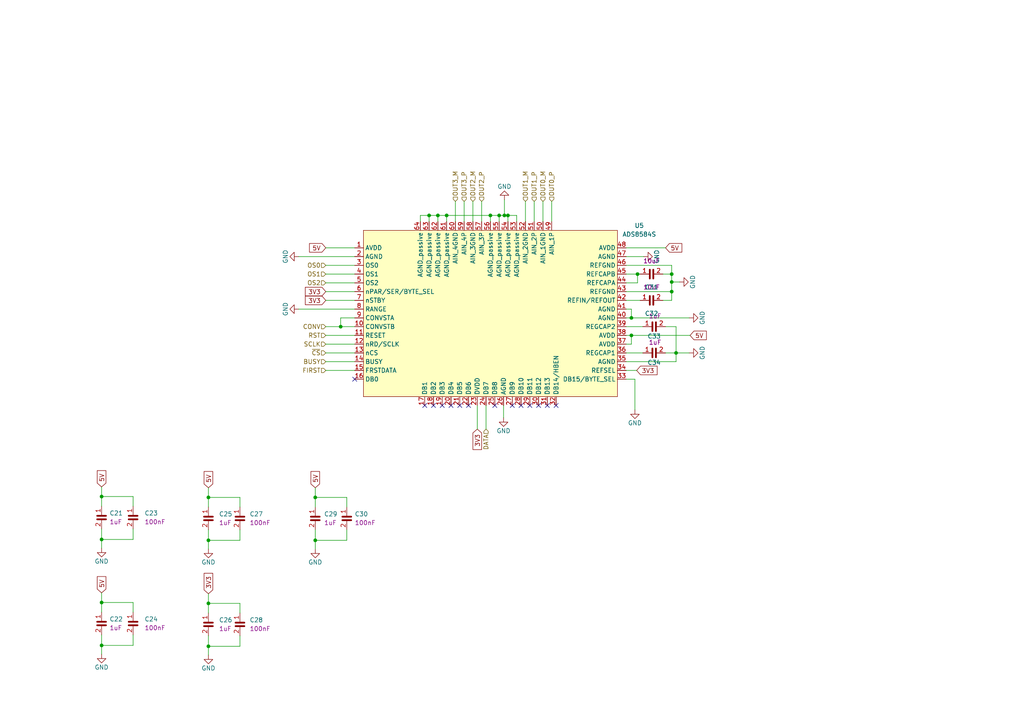
<source format=kicad_sch>
(kicad_sch (version 20230121) (generator eeschema)
  (paper "A4")
  (lib_symbols
    (symbol "Jojos_Lib:ADS8584S"
      (property "Reference" "U" (at 0 -2.54 0))
      (property "Value" "ADS8584S" (at 0 -4.826 0))
      (symbol "ADS8584S_0_1"
        (rectangle (start -36.83 24.13) (end 36.83 -24.13) (fill (type background)))
      )
      (symbol "ADS8584S_1_1"
        (pin power_in line (at -39.37 19.05 0) (length 2.54) (name "AVDD") (number "1"))
        (pin input line (at -39.37 -3.81 0) (length 2.54) (name "CONVSTB") (number "10"))
        (pin input line (at -39.37 -6.35 0) (length 2.54) (name "RESET") (number "11"))
        (pin input line (at -39.37 -8.89 0) (length 2.54) (name "nRD/SCLK") (number "12"))
        (pin input line (at -39.37 -11.43 0) (length 2.54) (name "nCS") (number "13"))
        (pin output line (at -39.37 -13.97 0) (length 2.54) (name "BUSY") (number "14"))
        (pin output line (at -39.37 -16.51 0) (length 2.54) (name "FRSTDATA") (number "15"))
        (pin output line (at -39.37 -19.05 0) (length 2.54) (name "DB0") (number "16"))
        (pin output line (at -19.05 -26.67 90) (length 2.54) (name "DB1") (number "17"))
        (pin output line (at -16.51 -26.67 90) (length 2.54) (name "DB2") (number "18"))
        (pin output line (at -13.97 -26.67 90) (length 2.54) (name "DB3") (number "19"))
        (pin power_in line (at -39.37 16.51 0) (length 2.54) (name "AGND") (number "2"))
        (pin output line (at -11.43 -26.67 90) (length 2.54) (name "DB4") (number "20"))
        (pin output line (at -8.89 -26.67 90) (length 2.54) (name "DB5") (number "21"))
        (pin output line (at -6.35 -26.67 90) (length 2.54) (name "DB6") (number "22"))
        (pin power_in line (at -3.81 -26.67 90) (length 2.54) (name "DVDD") (number "23"))
        (pin output line (at -1.27 -26.67 90) (length 2.54) (name "DB7") (number "24"))
        (pin output line (at 1.27 -26.67 90) (length 2.54) (name "DB8") (number "25"))
        (pin power_in line (at 3.81 -26.67 90) (length 2.54) (name "AGND") (number "26"))
        (pin output line (at 6.35 -26.67 90) (length 2.54) (name "DB9") (number "27"))
        (pin output line (at 8.89 -26.67 90) (length 2.54) (name "DB10") (number "28"))
        (pin output line (at 11.43 -26.67 90) (length 2.54) (name "DB11") (number "29"))
        (pin input line (at -39.37 13.97 0) (length 2.54) (name "OS0") (number "3"))
        (pin output line (at 13.97 -26.67 90) (length 2.54) (name "DB12") (number "30"))
        (pin output line (at 16.51 -26.67 90) (length 2.54) (name "DB13") (number "31"))
        (pin output line (at 19.05 -26.67 90) (length 2.54) (name "DB14/HBEN") (number "32"))
        (pin passive line (at 39.37 -19.05 180) (length 2.54) (name "DB15/BYTE_SEL") (number "33"))
        (pin input line (at 39.37 -16.51 180) (length 2.54) (name "REFSEL") (number "34"))
        (pin power_in line (at 39.37 -13.97 180) (length 2.54) (name "AGND") (number "35"))
        (pin passive line (at 39.37 -11.43 180) (length 2.54) (name "REGCAP1") (number "36"))
        (pin power_in line (at 39.37 -8.89 180) (length 2.54) (name "AVDD") (number "37"))
        (pin power_in line (at 39.37 -6.35 180) (length 2.54) (name "AVDD") (number "38"))
        (pin passive line (at 39.37 -3.81 180) (length 2.54) (name "REGCAP2") (number "39"))
        (pin input line (at -39.37 11.43 0) (length 2.54) (name "OS1") (number "4"))
        (pin power_in line (at 39.37 -1.27 180) (length 2.54) (name "AGND") (number "40"))
        (pin power_in line (at 39.37 1.27 180) (length 2.54) (name "AGND") (number "41"))
        (pin passive line (at 39.37 3.81 180) (length 2.54) (name "REFIN/REFOUT") (number "42"))
        (pin power_in line (at 39.37 6.35 180) (length 2.54) (name "REFGND") (number "43"))
        (pin passive line (at 39.37 8.89 180) (length 2.54) (name "REFCAPA") (number "44"))
        (pin passive line (at 39.37 11.43 180) (length 2.54) (name "REFCAPB") (number "45"))
        (pin power_in line (at 39.37 13.97 180) (length 2.54) (name "REFGND") (number "46"))
        (pin power_in line (at 39.37 16.51 180) (length 2.54) (name "AGND") (number "47"))
        (pin power_in line (at 39.37 19.05 180) (length 2.54) (name "AVDD") (number "48"))
        (pin passive line (at 17.78 26.67 270) (length 2.54) (name "AIN_1P") (number "49"))
        (pin input line (at -39.37 8.89 0) (length 2.54) (name "OS2") (number "5"))
        (pin passive line (at 15.24 26.67 270) (length 2.54) (name "AIN_1GND") (number "50"))
        (pin passive line (at 12.7 26.67 270) (length 2.54) (name "AIN_2P") (number "51"))
        (pin passive line (at 10.16 26.67 270) (length 2.54) (name "AIN_2GND") (number "52"))
        (pin passive line (at 7.62 26.67 270) (length 2.54) (name "AGND_passive") (number "53"))
        (pin passive line (at 5.08 26.67 270) (length 2.54) (name "AGND_passive") (number "54"))
        (pin passive line (at 2.54 26.67 270) (length 2.54) (name "AGND_passive") (number "55"))
        (pin passive line (at 0 26.67 270) (length 2.54) (name "AGND_passive") (number "56"))
        (pin passive line (at -2.54 26.67 270) (length 2.54) (name "AIN_3P") (number "57"))
        (pin passive line (at -5.08 26.67 270) (length 2.54) (name "AIN_3GND") (number "58"))
        (pin passive line (at -7.62 26.67 270) (length 2.54) (name "AIN_4P") (number "59"))
        (pin input line (at -39.37 6.35 0) (length 2.54) (name "nPAR/SER/BYTE_SEL") (number "6"))
        (pin passive line (at -10.16 26.67 270) (length 2.54) (name "AIN_4GND") (number "60"))
        (pin passive line (at -12.7 26.67 270) (length 2.54) (name "AGND_passive") (number "61"))
        (pin passive line (at -15.24 26.67 270) (length 2.54) (name "AGND_passive") (number "62"))
        (pin passive line (at -17.78 26.67 270) (length 2.54) (name "AGND_passive") (number "63"))
        (pin passive line (at -20.32 26.67 270) (length 2.54) (name "AGND_passive") (number "64"))
        (pin input line (at -39.37 3.81 0) (length 2.54) (name "nSTBY") (number "7"))
        (pin input line (at -39.37 1.27 0) (length 2.54) (name "RANGE") (number "8"))
        (pin input line (at -39.37 -1.27 0) (length 2.54) (name "CONVSTA") (number "9"))
      )
    )
    (symbol "Jojos_Lib:C0402_100nF_50V" (pin_names (offset 1.016))
      (property "Reference" "C" (at -3.81 0 90))
      (property "Val" "100nF" (at 3.81 0 90))
      (symbol "C0402_100nF_50V_1_1"
        (polyline (pts (xy -1.27 -0.508) (xy 1.27 -0.508)) (stroke (width 0.508)))
        (polyline (pts (xy -1.27 0.508) (xy 1.27 0.508)) (stroke (width 0.508)))
        (pin passive line (at 0 3.302 270) (length 2.54) (name "~") (number "1"))
        (pin passive line (at 0 -3.302 90) (length 2.54) (name "~") (number "2"))
      )
    )
    (symbol "Jojos_Lib:C0402_10uF_6.3V" (pin_names (offset 1.016))
      (property "Reference" "C" (at -3.81 0 90))
      (property "Val" "10uF" (at 3.81 0 90))
      (symbol "C0402_10uF_6.3V_1_1"
        (polyline (pts (xy -1.27 -0.508) (xy 1.27 -0.508)) (stroke (width 0.508)))
        (polyline (pts (xy -1.27 0.508) (xy 1.27 0.508)) (stroke (width 0.508)))
        (pin passive line (at 0 3.302 270) (length 2.54) (name "~") (number "1"))
        (pin passive line (at 0 -3.302 90) (length 2.54) (name "~") (number "2"))
      )
    )
    (symbol "Jojos_Lib:C0402_1uF_6.3V" (pin_names (offset 1.016))
      (property "Reference" "C" (at -2.794 -0.254 90))
      (property "Val" "1uF" (at 3.048 -0.508 90))
      (symbol "C0402_1uF_6.3V_1_1"
        (polyline (pts (xy -1.27 -0.762) (xy 1.27 -0.762)) (stroke (width 0.508)))
        (polyline (pts (xy -1.27 0.254) (xy 1.27 0.254)) (stroke (width 0.508)))
        (pin passive line (at 0 3.048 270) (length 2.54) (name "~") (number "1"))
        (pin passive line (at 0 -3.556 90) (length 2.54) (name "~") (number "2"))
      )
    )
    (symbol "power:GND" (power) (pin_names (offset 0))
      (property "Value" "GND" (at 0 -3.81 0))
      (symbol "GND_0_1"
        (polyline (pts (xy 0 0) (xy 0 -1.27) (xy 1.27 -1.27) (xy 0 -2.54) (xy -1.27 -1.27) (xy 0 -1.27)))
      )
      (symbol "GND_1_1"
        (pin power_in line (at 0 0 270) (length 0) hide (name "GND") (number "1"))
      )
    )
  )
  (junction (at 29.464 156.464))
  (junction (at 183.134 97.282))
  (junction (at 29.464 187.198))
  (junction (at 194.818 81.788))
  (junction (at 142.24 62.484))
  (junction (at 91.44 144.272))
  (junction (at 146.304 62.484))
  (junction (at 60.452 144.272))
  (junction (at 184.912 79.502))
  (junction (at 29.464 174.752))
  (junction (at 60.452 175.006))
  (junction (at 129.54 62.484))
  (junction (at 29.464 144.018))
  (junction (at 183.134 92.202))
  (junction (at 98.806 94.742))
  (junction (at 196.088 102.362))
  (junction (at 60.452 187.452))
  (junction (at 124.46 62.484))
  (junction (at 147.32 62.484))
  (junction (at 60.452 156.718))
  (junction (at 194.818 79.502))
  (junction (at 91.44 156.718))
  (junction (at 127 62.484))
  (junction (at 144.78 62.484))
  (junction (at 194.818 84.582))
  (no_connect (at 151.13 117.602))
  (no_connect (at 125.73 117.602))
  (no_connect (at 161.29 117.602))
  (no_connect (at 123.19 117.602))
  (no_connect (at 153.67 117.602))
  (no_connect (at 133.35 117.602))
  (no_connect (at 143.51 117.602))
  (no_connect (at 158.75 117.602))
  (no_connect (at 135.89 117.602))
  (no_connect (at 128.27 117.602))
  (no_connect (at 130.81 117.602))
  (no_connect (at 148.59 117.602))
  (no_connect (at 156.21 117.602))
  (no_connect (at 102.87 109.982))
  (wire (pts (xy 194.818 81.788) (xy 197.104 81.788)))
  (wire (pts (xy 29.464 187.198) (xy 29.464 189.738)))
  (wire (pts (xy 38.608 187.198) (xy 38.608 184.15)))
  (wire (pts (xy 181.61 82.042) (xy 184.912 82.042)))
  (wire (pts (xy 193.04 94.742) (xy 196.088 94.742)))
  (wire (pts (xy 146.05 117.602) (xy 146.05 121.158)))
  (wire (pts (xy 154.94 58.42) (xy 154.94 64.262)))
  (wire (pts (xy 94.488 82.042) (xy 102.87 82.042)))
  (wire (pts (xy 29.464 174.752) (xy 29.464 177.546)))
  (wire (pts (xy 183.134 97.282) (xy 181.61 97.282)))
  (wire (pts (xy 138.43 117.602) (xy 138.43 124.46)))
  (wire (pts (xy 152.4 58.42) (xy 152.4 64.262)))
  (wire (pts (xy 60.452 141.478) (xy 60.452 144.272)))
  (wire (pts (xy 149.86 62.484) (xy 149.86 64.262)))
  (wire (pts (xy 181.61 102.362) (xy 186.436 102.362)))
  (wire (pts (xy 86.614 89.662) (xy 102.87 89.662)))
  (wire (pts (xy 124.46 62.484) (xy 127 62.484)))
  (wire (pts (xy 60.452 144.272) (xy 60.452 147.066)))
  (wire (pts (xy 134.62 58.42) (xy 134.62 64.262)))
  (wire (pts (xy 94.488 84.582) (xy 102.87 84.582)))
  (wire (pts (xy 157.48 58.42) (xy 157.48 64.262)))
  (wire (pts (xy 196.088 102.362) (xy 199.898 102.362)))
  (wire (pts (xy 194.818 87.122) (xy 194.818 84.582)))
  (wire (pts (xy 38.608 174.752) (xy 29.464 174.752)))
  (wire (pts (xy 94.488 76.962) (xy 102.87 76.962)))
  (wire (pts (xy 181.61 79.502) (xy 184.912 79.502)))
  (wire (pts (xy 196.088 104.902) (xy 196.088 102.362)))
  (wire (pts (xy 146.304 62.484) (xy 146.304 57.912)))
  (wire (pts (xy 91.44 144.272) (xy 91.44 147.066)))
  (wire (pts (xy 69.596 156.718) (xy 69.596 153.67)))
  (wire (pts (xy 181.61 74.422) (xy 186.69 74.422)))
  (wire (pts (xy 69.596 144.272) (xy 60.452 144.272)))
  (wire (pts (xy 29.464 144.018) (xy 29.464 146.812)))
  (wire (pts (xy 181.61 87.122) (xy 185.674 87.122)))
  (wire (pts (xy 132.08 58.42) (xy 132.08 64.262)))
  (wire (pts (xy 94.488 99.822) (xy 102.87 99.822)))
  (wire (pts (xy 60.452 172.212) (xy 60.452 175.006)))
  (wire (pts (xy 142.24 62.484) (xy 144.78 62.484)))
  (wire (pts (xy 129.54 62.484) (xy 129.54 64.262)))
  (wire (pts (xy 183.134 99.822) (xy 183.134 97.282)))
  (wire (pts (xy 94.488 97.282) (xy 102.87 97.282)))
  (wire (pts (xy 194.818 81.788) (xy 194.818 84.582)))
  (wire (pts (xy 121.92 62.484) (xy 124.46 62.484)))
  (wire (pts (xy 94.488 107.442) (xy 102.87 107.442)))
  (wire (pts (xy 144.78 62.484) (xy 144.78 64.262)))
  (wire (pts (xy 29.464 156.464) (xy 29.464 153.416)))
  (wire (pts (xy 181.61 107.442) (xy 184.658 107.442)))
  (wire (pts (xy 192.278 79.502) (xy 194.818 79.502)))
  (wire (pts (xy 29.464 187.198) (xy 38.608 187.198)))
  (wire (pts (xy 60.452 187.452) (xy 60.452 189.992)))
  (wire (pts (xy 69.596 175.006) (xy 60.452 175.006)))
  (wire (pts (xy 121.92 64.262) (xy 121.92 62.484)))
  (wire (pts (xy 38.608 144.018) (xy 29.464 144.018)))
  (wire (pts (xy 69.596 187.452) (xy 69.596 184.404)))
  (wire (pts (xy 94.488 104.902) (xy 102.87 104.902)))
  (wire (pts (xy 38.608 177.546) (xy 38.608 174.752)))
  (wire (pts (xy 102.87 92.202) (xy 98.806 92.202)))
  (wire (pts (xy 60.452 187.452) (xy 69.596 187.452)))
  (wire (pts (xy 60.452 175.006) (xy 60.452 177.8)))
  (wire (pts (xy 94.488 71.882) (xy 102.87 71.882)))
  (wire (pts (xy 29.464 187.198) (xy 29.464 184.15)))
  (wire (pts (xy 192.278 87.122) (xy 194.818 87.122)))
  (wire (pts (xy 181.61 92.202) (xy 183.134 92.202)))
  (wire (pts (xy 142.24 62.484) (xy 142.24 64.262)))
  (wire (pts (xy 193.04 102.362) (xy 196.088 102.362)))
  (wire (pts (xy 183.134 89.662) (xy 181.61 89.662)))
  (wire (pts (xy 147.32 62.484) (xy 147.32 64.262)))
  (wire (pts (xy 184.912 79.502) (xy 184.912 82.042)))
  (wire (pts (xy 29.464 156.464) (xy 38.608 156.464)))
  (wire (pts (xy 60.452 187.452) (xy 60.452 184.404)))
  (wire (pts (xy 60.452 156.718) (xy 69.596 156.718)))
  (wire (pts (xy 137.16 58.42) (xy 137.16 64.262)))
  (wire (pts (xy 69.596 147.066) (xy 69.596 144.272)))
  (wire (pts (xy 183.134 92.202) (xy 183.134 89.662)))
  (wire (pts (xy 94.488 79.502) (xy 102.87 79.502)))
  (wire (pts (xy 183.134 97.282) (xy 200.152 97.282)))
  (wire (pts (xy 144.78 62.484) (xy 146.304 62.484)))
  (wire (pts (xy 60.452 156.718) (xy 60.452 153.67)))
  (wire (pts (xy 194.818 79.502) (xy 194.818 81.788)))
  (wire (pts (xy 60.452 156.718) (xy 60.452 159.258)))
  (wire (pts (xy 184.15 109.982) (xy 184.15 118.872)))
  (wire (pts (xy 181.61 76.962) (xy 194.818 76.962)))
  (wire (pts (xy 91.44 156.718) (xy 91.44 153.67)))
  (wire (pts (xy 181.61 84.582) (xy 194.818 84.582)))
  (wire (pts (xy 181.61 94.742) (xy 186.436 94.742)))
  (wire (pts (xy 146.304 62.484) (xy 147.32 62.484)))
  (wire (pts (xy 91.44 156.718) (xy 100.584 156.718)))
  (wire (pts (xy 181.61 99.822) (xy 183.134 99.822)))
  (wire (pts (xy 127 62.484) (xy 129.54 62.484)))
  (wire (pts (xy 29.464 171.958) (xy 29.464 174.752)))
  (wire (pts (xy 183.134 92.202) (xy 199.898 92.202)))
  (wire (pts (xy 127 62.484) (xy 127 64.262)))
  (wire (pts (xy 91.44 141.478) (xy 91.44 144.272)))
  (wire (pts (xy 94.488 87.122) (xy 102.87 87.122)))
  (wire (pts (xy 184.912 79.502) (xy 185.674 79.502)))
  (wire (pts (xy 100.584 144.272) (xy 91.44 144.272)))
  (wire (pts (xy 86.614 74.422) (xy 102.87 74.422)))
  (wire (pts (xy 124.46 62.484) (xy 124.46 64.262)))
  (wire (pts (xy 100.584 156.718) (xy 100.584 153.67)))
  (wire (pts (xy 100.584 144.272) (xy 100.584 147.066)))
  (wire (pts (xy 181.61 109.982) (xy 184.15 109.982)))
  (wire (pts (xy 140.97 117.602) (xy 140.97 124.46)))
  (wire (pts (xy 69.596 177.8) (xy 69.596 175.006)))
  (wire (pts (xy 98.806 94.742) (xy 102.87 94.742)))
  (wire (pts (xy 129.54 62.484) (xy 142.24 62.484)))
  (wire (pts (xy 196.088 94.742) (xy 196.088 102.362)))
  (wire (pts (xy 98.806 92.202) (xy 98.806 94.742)))
  (wire (pts (xy 38.608 156.464) (xy 38.608 153.416)))
  (wire (pts (xy 94.488 94.742) (xy 98.806 94.742)))
  (wire (pts (xy 94.488 102.362) (xy 102.87 102.362)))
  (wire (pts (xy 194.818 79.502) (xy 194.818 76.962)))
  (wire (pts (xy 181.61 71.882) (xy 193.04 71.882)))
  (wire (pts (xy 29.464 156.464) (xy 29.464 159.004)))
  (wire (pts (xy 147.32 62.484) (xy 149.86 62.484)))
  (wire (pts (xy 139.7 64.262) (xy 139.7 58.42)))
  (wire (pts (xy 160.02 58.42) (xy 160.02 64.262)))
  (wire (pts (xy 29.464 141.224) (xy 29.464 144.018)))
  (wire (pts (xy 38.608 146.812) (xy 38.608 144.018)))
  (wire (pts (xy 181.61 104.902) (xy 196.088 104.902)))
  (wire (pts (xy 91.44 156.718) (xy 91.44 159.258)))
  (global_label "3V3" (shape input) (at 138.43 124.46 270) (property "Intersheetrefs" "${INTERSHEET_REFS}" (effects hide)))
  (global_label "3V3" (shape input) (at 184.658 107.442 0) (property "Intersheetrefs" "${INTERSHEET_REFS}" (effects hide)))
  (global_label "5V" (shape input) (at 200.152 97.282 0) (property "Intersheetrefs" "${INTERSHEET_REFS}" (effects hide)))
  (global_label "5V" (shape input) (at 60.452 141.478 90) (property "Intersheetrefs" "${INTERSHEET_REFS}" (effects hide)))
  (global_label "3V3" (shape input) (at 94.488 87.122 180) (property "Intersheetrefs" "${INTERSHEET_REFS}" (effects hide)))
  (global_label "5V" (shape input) (at 29.464 141.224 90) (property "Intersheetrefs" "${INTERSHEET_REFS}" (effects hide)))
  (global_label "5V" (shape input) (at 91.44 141.478 90) (property "Intersheetrefs" "${INTERSHEET_REFS}" (effects hide)))
  (global_label "3V3" (shape input) (at 60.452 172.212 90) (property "Intersheetrefs" "${INTERSHEET_REFS}" (effects hide)))
  (global_label "5V" (shape input) (at 94.488 71.882 180) (property "Intersheetrefs" "${INTERSHEET_REFS}" (effects hide)))
  (global_label "5V" (shape input) (at 29.464 171.958 90) (property "Intersheetrefs" "${INTERSHEET_REFS}" (effects hide)))
  (global_label "3V3" (shape input) (at 94.488 84.582 180) (property "Intersheetrefs" "${INTERSHEET_REFS}" (effects hide)))
  (global_label "5V" (shape input) (at 193.04 71.882 0) (property "Intersheetrefs" "${INTERSHEET_REFS}" (effects hide)))
  (hierarchical_label "OUT3_M" (shape input) (at 132.08 58.42 90))
  (hierarchical_label "RST" (shape input) (at 94.488 97.282 180))
  (hierarchical_label "OUT0_M" (shape input) (at 157.48 58.42 90))
  (hierarchical_label "OUT2_P" (shape input) (at 139.7 58.42 90))
  (hierarchical_label "OS0" (shape input) (at 94.488 76.962 180))
  (hierarchical_label "FIRST" (shape input) (at 94.488 107.442 180))
  (hierarchical_label "OUT1_M" (shape input) (at 152.4 58.42 90))
  (hierarchical_label "DATA" (shape input) (at 140.97 124.46 270))
  (hierarchical_label "CONV" (shape input) (at 94.488 94.742 180))
  (hierarchical_label "~{CS}" (shape input) (at 94.488 102.362 180))
  (hierarchical_label "OUT3_P" (shape input) (at 134.62 58.42 90))
  (hierarchical_label "OUT1_P" (shape input) (at 154.94 58.42 90))
  (hierarchical_label "BUSY" (shape input) (at 94.488 104.902 180))
  (hierarchical_label "OUT2_M" (shape input) (at 137.16 58.42 90))
  (hierarchical_label "OS2" (shape input) (at 94.488 82.042 180))
  (hierarchical_label "OUT0_P" (shape input) (at 160.02 58.42 90))
  (hierarchical_label "SCLK" (shape input) (at 94.488 99.822 180))
  (hierarchical_label "OS1" (shape input) (at 94.488 79.502 180))
  (symbol (lib_id "Jojos_Lib:ADS8584S") (at 142.24 90.932 0) (unit 1)
    (property "Reference" "U5" (at 185.42 65.4303 0))
    (property "Value" "ADS8584S" (at 185.42 67.9703 0))
    (property "Footprint" "Package_QFP:LQFP-64_10x10mm_P0.5mm" (effects hide))
    (property "Mouser Part Number" "595-ADS8584SIPM" (effects hide))
    (property "Place" "yes" (effects hide))
    (instances (project "CMEX" (path "" (reference "U5") (unit 1)) (path "" (reference "U9") (unit 1))))
  )
  (symbol (lib_id "power:GND") (at 197.104 81.788 90) (unit 1)
    (property "Reference" "#PWR033" (effects hide))
    (property "Value" "GND" (at 200.914 81.788 0))
  )
  (symbol (lib_id "Jojos_Lib:C0402_100nF_50V") (at 69.596 150.368 0) (unit 1)
    (property "Reference" "C27" (at 72.39 149.098 0) (effects (justify left)))
    (property "Value" "C0402_100nF_50V" (effects hide))
    (property "Footprint" "Capacitor_SMD:C_0402_1005Metric" (effects hide))
    (property "Mouser Part Number" "581-04025C104KAT4A" (effects hide))
    (property "Place" "Yes" (effects hide))
    (property "Val" "100nF" (at 72.39 151.638 0) (effects (justify left)))
    (instances (project "CMEX" (path "" (reference "C27") (unit 1)) (path "" (reference "C31") (unit 1))))
  )
  (symbol (lib_id "Jojos_Lib:C0402_100nF_50V") (at 100.584 150.368 0) (unit 1)
    (property "Reference" "C30" (at 102.87 149.098 0) (effects (justify left)))
    (property "Value" "C0402_100nF_50V" (effects hide))
    (property "Footprint" "Capacitor_SMD:C_0402_1005Metric" (effects hide))
    (property "Mouser Part Number" "581-04025C104KAT4A" (effects hide))
    (property "Place" "Yes" (effects hide))
    (property "Val" "100nF" (at 102.87 151.638 0) (effects (justify left)))
    (instances (project "CMEX" (path "" (reference "C30") (unit 1)) (path "" (reference "C37") (unit 1))))
  )
  (symbol (lib_id "power:GND") (at 186.69 74.422 90) (unit 1)
    (property "Reference" "#PWR032" (effects hide))
    (property "Value" "GND" (at 190.5 74.422 0))
  )
  (symbol (lib_id "power:GND") (at 184.15 118.872 0) (unit 1)
    (property "Reference" "#PWR031" (effects hide))
    (property "Value" "GND" (at 184.15 122.682 0))
  )
  (symbol (lib_id "power:GND") (at 29.464 189.738 0) (unit 1)
    (property "Reference" "#PWR023" (effects hide))
    (property "Value" "GND" (at 29.464 193.548 0))
  )
  (symbol (lib_id "power:GND") (at 29.464 159.004 0) (unit 1)
    (property "Reference" "#PWR022" (effects hide))
    (property "Value" "GND" (at 29.464 162.814 0))
    (instances (project "CMEX" (path "" (reference "#PWR022") (unit 1)) (path "" (reference "#PWR023") (unit 1))))
  )
  (symbol (lib_id "power:GND") (at 146.05 121.158 0) (unit 1)
    (property "Reference" "#PWR029" (effects hide))
    (property "Value" "GND" (at 146.05 124.968 0))
  )
  (symbol (lib_id "Jojos_Lib:C0402_1uF_6.3V") (at 189.484 102.362 90) (unit 1)
    (property "Reference" "C34" (at 189.738 105.156 90))
    (property "Value" "C0402_1uF_6.3V" (effects hide))
    (property "Footprint" "Capacitor_SMD:C_0402_1005Metric" (effects hide))
    (property "Mouser Part Number" "80-C0402C105M9PAC" (effects hide))
    (property "Place" "Yes" (effects hide))
    (property "Val" "1uF" (at 189.992 99.314 90))
    (instances (project "CMEX" (path "" (reference "C34") (unit 1)) (path "" (reference "C35") (unit 1))))
  )
  (symbol (lib_id "Jojos_Lib:C0402_10uF_6.3V") (at 188.976 87.122 90) (unit 1)
    (property "Reference" "C32" (at 188.976 90.932 90))
    (property "Value" "C0402_10uF_6.3V" (effects hide))
    (property "Footprint" "Capacitor_SMD:C_0402_1005Metric" (effects hide))
    (property "Mouser Part Number" "581-04026D106MAT2A" (effects hide))
    (property "Place" "Yes" (effects hide))
    (property "Val" "10uF" (at 188.976 83.312 90))
  )
  (symbol (lib_id "Jojos_Lib:C0402_10uF_6.3V") (at 188.976 79.502 90) (unit 1)
    (property "Reference" "C31" (at 188.976 83.312 90))
    (property "Value" "C0402_10uF_6.3V" (effects hide))
    (property "Footprint" "Capacitor_SMD:C_0402_1005Metric" (effects hide))
    (property "Mouser Part Number" "581-04026D106MAT2A" (effects hide))
    (property "Place" "Yes" (effects hide))
    (property "Val" "10uF" (at 188.976 75.692 90))
  )
  (symbol (lib_id "Jojos_Lib:C0402_1uF_6.3V") (at 29.464 149.86 0) (unit 1)
    (property "Reference" "C21" (at 31.75 148.844 0) (effects (justify left)))
    (property "Value" "C0402_1uF_6.3V" (effects hide))
    (property "Footprint" "Capacitor_SMD:C_0402_1005Metric" (effects hide))
    (property "Mouser Part Number" "80-C0402C105M9PAC" (effects hide))
    (property "Place" "Yes" (effects hide))
    (property "Val" "1uF" (at 31.75 151.384 0) (effects (justify left)))
    (instances (project "CMEX" (path "" (reference "C21") (unit 1)) (path "" (reference "C20") (unit 1))))
  )
  (symbol (lib_id "power:GND") (at 86.614 89.662 270) (unit 1)
    (property "Reference" "#PWR027" (effects hide))
    (property "Value" "GND" (at 82.804 89.662 0))
  )
  (symbol (lib_id "power:GND") (at 199.898 102.362 90) (unit 1)
    (property "Reference" "#PWR035" (effects hide))
    (property "Value" "GND" (at 203.708 102.362 0))
  )
  (symbol (lib_id "power:GND") (at 146.304 57.912 180) (unit 1)
    (property "Reference" "#PWR030" (effects hide))
    (property "Value" "GND" (at 146.304 54.102 0))
  )
  (symbol (lib_id "Jojos_Lib:C0402_100nF_50V") (at 69.596 181.102 0) (unit 1)
    (property "Reference" "C28" (at 72.39 179.832 0) (effects (justify left)))
    (property "Value" "C0402_100nF_50V" (effects hide))
    (property "Footprint" "Capacitor_SMD:C_0402_1005Metric" (effects hide))
    (property "Mouser Part Number" "581-04025C104KAT4A" (effects hide))
    (property "Place" "Yes" (effects hide))
    (property "Val" "100nF" (at 72.39 182.372 0) (effects (justify left)))
    (instances (project "CMEX" (path "" (reference "C28") (unit 1)) (path "" (reference "C31") (unit 1))))
  )
  (symbol (lib_id "Jojos_Lib:C0402_100nF_50V") (at 38.608 150.114 0) (unit 1)
    (property "Reference" "C23" (at 41.91 148.844 0) (effects (justify left)))
    (property "Value" "C0402_100nF_50V" (effects hide))
    (property "Footprint" "Capacitor_SMD:C_0402_1005Metric" (effects hide))
    (property "Mouser Part Number" "581-04025C104KAT4A" (effects hide))
    (property "Place" "Yes" (effects hide))
    (property "Val" "100nF" (at 41.91 151.384 0) (effects (justify left)))
    (instances (project "CMEX" (path "" (reference "C23") (unit 1)) (path "" (reference "C25") (unit 1))))
  )
  (symbol (lib_id "power:GND") (at 199.898 92.202 90) (unit 1)
    (property "Reference" "#PWR034" (effects hide))
    (property "Value" "GND" (at 203.708 92.202 0))
  )
  (symbol (lib_id "Jojos_Lib:C0402_100nF_50V") (at 38.608 180.848 0) (unit 1)
    (property "Reference" "C24" (at 41.91 179.578 0) (effects (justify left)))
    (property "Value" "C0402_100nF_50V" (effects hide))
    (property "Footprint" "Capacitor_SMD:C_0402_1005Metric" (effects hide))
    (property "Mouser Part Number" "581-04025C104KAT4A" (effects hide))
    (property "Place" "Yes" (effects hide))
    (property "Val" "100nF" (at 41.91 182.118 0) (effects (justify left)))
    (instances (project "CMEX" (path "" (reference "C24") (unit 1)) (path "" (reference "C25") (unit 1))))
  )
  (symbol (lib_id "Jojos_Lib:C0402_1uF_6.3V") (at 60.452 150.114 0) (unit 1)
    (property "Reference" "C25" (at 63.5 149.098 0) (effects (justify left)))
    (property "Value" "C0402_1uF_6.3V" (effects hide))
    (property "Footprint" "Capacitor_SMD:C_0402_1005Metric" (effects hide))
    (property "Mouser Part Number" "80-C0402C105M9PAC" (effects hide))
    (property "Place" "Yes" (effects hide))
    (property "Val" "1uF" (at 63.5 151.638 0) (effects (justify left)))
    (instances (project "CMEX" (path "" (reference "C25") (unit 1)) (path "" (reference "C29") (unit 1))))
  )
  (symbol (lib_id "Jojos_Lib:C0402_1uF_6.3V") (at 60.452 180.848 0) (unit 1)
    (property "Reference" "C26" (at 63.5 179.832 0) (effects (justify left)))
    (property "Value" "C0402_1uF_6.3V" (effects hide))
    (property "Footprint" "Capacitor_SMD:C_0402_1005Metric" (effects hide))
    (property "Mouser Part Number" "80-C0402C105M9PAC" (effects hide))
    (property "Place" "Yes" (effects hide))
    (property "Val" "1uF" (at 63.5 182.372 0) (effects (justify left)))
    (instances (project "CMEX" (path "" (reference "C26") (unit 1)) (path "" (reference "C29") (unit 1))))
  )
  (symbol (lib_id "Jojos_Lib:C0402_1uF_6.3V") (at 29.464 180.594 0) (unit 1)
    (property "Reference" "C22" (at 31.75 179.578 0) (effects (justify left)))
    (property "Value" "C0402_1uF_6.3V" (effects hide))
    (property "Footprint" "Capacitor_SMD:C_0402_1005Metric" (effects hide))
    (property "Mouser Part Number" "80-C0402C105M9PAC" (effects hide))
    (property "Place" "Yes" (effects hide))
    (property "Val" "1uF" (at 31.75 182.118 0) (effects (justify left)))
    (instances (project "CMEX" (path "" (reference "C22") (unit 1)) (path "" (reference "C20") (unit 1))))
  )
  (symbol (lib_id "power:GND") (at 60.452 159.258 0) (unit 1)
    (property "Reference" "#PWR024" (effects hide))
    (property "Value" "GND" (at 60.452 163.068 0))
    (instances (project "CMEX" (path "" (reference "#PWR024") (unit 1)) (path "" (reference "#PWR027") (unit 1))))
  )
  (symbol (lib_id "power:GND") (at 91.44 159.258 0) (unit 1)
    (property "Reference" "#PWR028" (effects hide))
    (property "Value" "GND" (at 91.44 163.068 0))
    (instances (project "CMEX" (path "" (reference "#PWR028") (unit 1)) (path "" (reference "#PWR031") (unit 1))))
  )
  (symbol (lib_id "Jojos_Lib:C0402_1uF_6.3V") (at 189.484 94.742 90) (unit 1)
    (property "Reference" "C33" (at 189.738 97.536 90))
    (property "Value" "C0402_1uF_6.3V" (effects hide))
    (property "Footprint" "Capacitor_SMD:C_0402_1005Metric" (effects hide))
    (property "Mouser Part Number" "80-C0402C105M9PAC" (effects hide))
    (property "Place" "Yes" (effects hide))
    (property "Val" "1uF" (at 189.992 91.694 90))
    (instances (project "CMEX" (path "" (reference "C33") (unit 1)) (path "" (reference "C35") (unit 1))))
  )
  (symbol (lib_id "power:GND") (at 60.452 189.992 0) (unit 1)
    (property "Reference" "#PWR025" (effects hide))
    (property "Value" "GND" (at 60.452 193.802 0))
    (instances (project "CMEX" (path "" (reference "#PWR025") (unit 1)) (path "" (reference "#PWR027") (unit 1))))
  )
  (symbol (lib_id "power:GND") (at 86.614 74.422 270) (unit 1)
    (property "Reference" "#PWR026" (effects hide))
    (property "Value" "GND" (at 82.804 74.422 0))
  )
  (symbol (lib_id "Jojos_Lib:C0402_1uF_6.3V") (at 91.44 150.114 0) (unit 1)
    (property "Reference" "C29" (at 93.98 149.098 0) (effects (justify left)))
    (property "Value" "C0402_1uF_6.3V" (effects hide))
    (property "Footprint" "Capacitor_SMD:C_0402_1005Metric" (effects hide))
    (property "Mouser Part Number" "80-C0402C105M9PAC" (effects hide))
    (property "Place" "Yes" (effects hide))
    (property "Val" "1uF" (at 93.98 151.638 0) (effects (justify left)))
    (instances (project "CMEX" (path "" (reference "C29") (unit 1)) (path "" (reference "C35") (unit 1))))
  )
)
</source>
